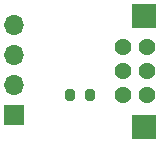
<source format=gbr>
%TF.GenerationSoftware,KiCad,Pcbnew,7.0.9*%
%TF.CreationDate,2024-01-16T18:08:56-05:00*%
%TF.ProjectId,FilpperZero_Gameboy_Link_V2,46696c70-7065-4725-9a65-726f5f47616d,1.2*%
%TF.SameCoordinates,Original*%
%TF.FileFunction,Soldermask,Bot*%
%TF.FilePolarity,Negative*%
%FSLAX46Y46*%
G04 Gerber Fmt 4.6, Leading zero omitted, Abs format (unit mm)*
G04 Created by KiCad (PCBNEW 7.0.9) date 2024-01-16 18:08:56*
%MOMM*%
%LPD*%
G01*
G04 APERTURE LIST*
G04 Aperture macros list*
%AMRoundRect*
0 Rectangle with rounded corners*
0 $1 Rounding radius*
0 $2 $3 $4 $5 $6 $7 $8 $9 X,Y pos of 4 corners*
0 Add a 4 corners polygon primitive as box body*
4,1,4,$2,$3,$4,$5,$6,$7,$8,$9,$2,$3,0*
0 Add four circle primitives for the rounded corners*
1,1,$1+$1,$2,$3*
1,1,$1+$1,$4,$5*
1,1,$1+$1,$6,$7*
1,1,$1+$1,$8,$9*
0 Add four rect primitives between the rounded corners*
20,1,$1+$1,$2,$3,$4,$5,0*
20,1,$1+$1,$4,$5,$6,$7,0*
20,1,$1+$1,$6,$7,$8,$9,0*
20,1,$1+$1,$8,$9,$2,$3,0*%
G04 Aperture macros list end*
%ADD10C,1.435000*%
%ADD11RoundRect,0.063500X0.952500X0.952500X-0.952500X0.952500X-0.952500X-0.952500X0.952500X-0.952500X0*%
%ADD12RoundRect,0.200000X-0.200000X-0.275000X0.200000X-0.275000X0.200000X0.275000X-0.200000X0.275000X0*%
%ADD13R,1.700000X1.700000*%
%ADD14O,1.700000X1.700000*%
G04 APERTURE END LIST*
D10*
%TO.C,P1*%
X144399000Y-55243000D03*
X144399000Y-59311000D03*
X146431000Y-59311000D03*
X144399000Y-57277000D03*
D11*
X146177000Y-61974000D03*
X146177000Y-52580000D03*
D10*
X146431000Y-55243000D03*
X146431000Y-57277000D03*
%TD*%
D12*
%TO.C,R1*%
X139891000Y-59309000D03*
X141541000Y-59309000D03*
%TD*%
D13*
%TO.C,J1*%
X135128000Y-60960000D03*
D14*
X135128000Y-58420000D03*
X135128000Y-55880000D03*
X135128000Y-53340000D03*
%TD*%
M02*

</source>
